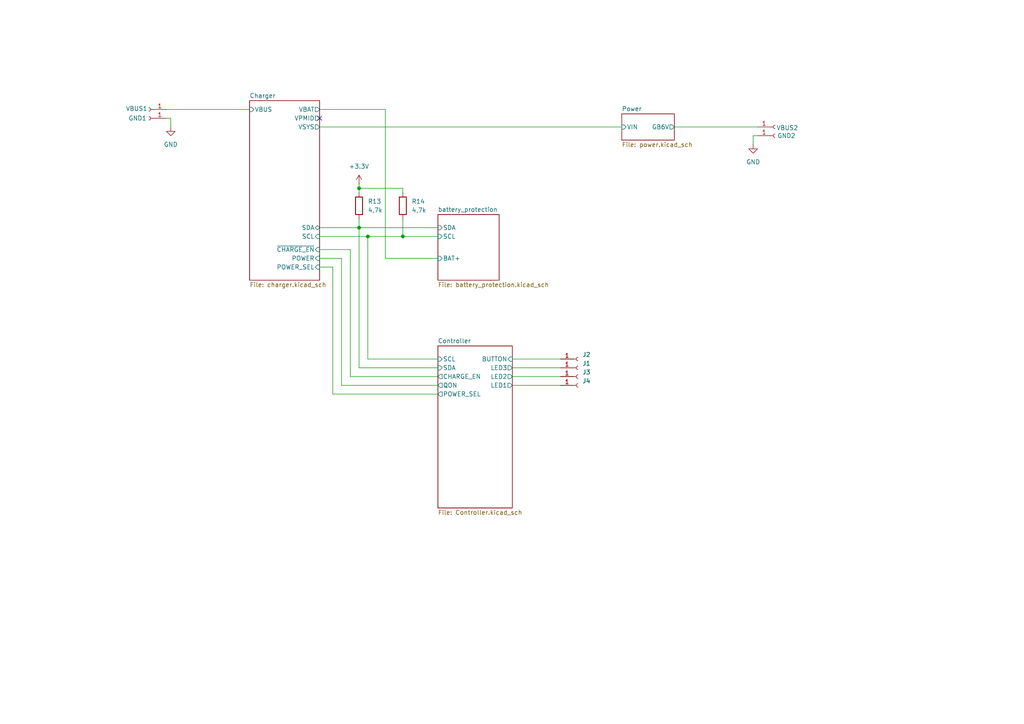
<source format=kicad_sch>
(kicad_sch (version 20231120) (generator "eeschema") (generator_version "8.0")
  (paper "A4")
  (lib_symbols
    (symbol "Connector:Conn_01x01_Socket" (pin_names (offset 1.016) hide)
      (property "Reference" "J" (at 0 2.54 0))
      (property "Value" "Conn_01x01_Socket" (at 0 -2.54 0))
      (symbol "Conn_01x01_Socket_1_1"
        (polyline (pts (xy -1.27 0) (xy -0.508 0)) (stroke (width 0.1524)))
        (arc (start 0 0.508) (mid -0.5058 0) (end 0 -0.508) (stroke (width 0.1524)))
        (pin passive line (at -5.08 0 0) (length 3.81) (name "Pin_1") (number "1"))
      )
    )
    (symbol "Device:R" (pin_numbers hide) (pin_names (offset 0))
      (property "Reference" "R" (at 2.032 0 90))
      (property "Value" "R" (at 0 0 90))
      (symbol "R_0_1"
        (rectangle (start -1.016 -2.54) (end 1.016 2.54) (stroke (width 0.254)))
      )
      (symbol "R_1_1"
        (pin passive line (at 0 3.81 270) (length 1.27) (name "~") (number "1"))
        (pin passive line (at 0 -3.81 90) (length 1.27) (name "~") (number "2"))
      )
    )
    (symbol "power:+3.3V" (power) (pin_numbers hide) (pin_names (offset 0) hide)
      (property "Value" "+3.3V" (at 0 3.556 0))
      (symbol "+3.3V_0_1"
        (polyline (pts (xy -0.762 1.27) (xy 0 2.54)))
        (polyline (pts (xy 0 0) (xy 0 2.54)))
        (polyline (pts (xy 0 2.54) (xy 0.762 1.27)))
      )
      (symbol "+3.3V_1_1"
        (pin power_in line (at 0 0 90) (length 0) (name "~") (number "1"))
      )
    )
    (symbol "power:GND" (power) (pin_numbers hide) (pin_names (offset 0) hide)
      (property "Value" "GND" (at 0 -3.81 0))
      (symbol "GND_0_1"
        (polyline (pts (xy 0 0) (xy 0 -1.27) (xy 1.27 -1.27) (xy 0 -2.54) (xy -1.27 -1.27) (xy 0 -1.27)))
      )
      (symbol "GND_1_1"
        (pin power_in line (at 0 0 270) (length 0) (name "~") (number "1"))
      )
    )
  )
  (junction (at 116.84 68.58))
  (junction (at 104.14 66.04))
  (junction (at 106.68 68.58))
  (junction (at 104.14 54.61))
  (no_connect (at 92.71 34.29))
  (wire (pts (xy 101.6 109.22) (xy 101.6 72.39)))
  (wire (pts (xy 106.68 104.14) (xy 106.68 68.58)))
  (wire (pts (xy 219.71 39.37) (xy 218.44 39.37)))
  (wire (pts (xy 99.06 74.93) (xy 99.06 111.76)))
  (wire (pts (xy 104.14 63.5) (xy 104.14 66.04)))
  (wire (pts (xy 111.76 74.93) (xy 127 74.93)))
  (wire (pts (xy 104.14 54.61) (xy 104.14 55.88)))
  (wire (pts (xy 92.71 36.83) (xy 180.34 36.83)))
  (wire (pts (xy 111.76 31.75) (xy 111.76 74.93)))
  (wire (pts (xy 195.58 36.83) (xy 219.71 36.83)))
  (wire (pts (xy 104.14 54.61) (xy 116.84 54.61)))
  (wire (pts (xy 218.44 39.37) (xy 218.44 41.91)))
  (wire (pts (xy 96.52 114.3) (xy 127 114.3)))
  (wire (pts (xy 104.14 106.68) (xy 127 106.68)))
  (wire (pts (xy 48.26 31.75) (xy 72.39 31.75)))
  (wire (pts (xy 127 104.14) (xy 106.68 104.14)))
  (wire (pts (xy 48.26 34.29) (xy 49.53 34.29)))
  (wire (pts (xy 104.14 66.04) (xy 104.14 106.68)))
  (wire (pts (xy 101.6 72.39) (xy 92.71 72.39)))
  (wire (pts (xy 148.59 109.22) (xy 162.56 109.22)))
  (wire (pts (xy 127 109.22) (xy 101.6 109.22)))
  (wire (pts (xy 49.53 34.29) (xy 49.53 36.83)))
  (wire (pts (xy 99.06 111.76) (xy 127 111.76)))
  (wire (pts (xy 92.71 77.47) (xy 96.52 77.47)))
  (wire (pts (xy 148.59 111.76) (xy 162.56 111.76)))
  (wire (pts (xy 96.52 77.47) (xy 96.52 114.3)))
  (wire (pts (xy 106.68 68.58) (xy 116.84 68.58)))
  (wire (pts (xy 92.71 31.75) (xy 111.76 31.75)))
  (wire (pts (xy 104.14 53.34) (xy 104.14 54.61)))
  (wire (pts (xy 116.84 54.61) (xy 116.84 55.88)))
  (wire (pts (xy 92.71 74.93) (xy 99.06 74.93)))
  (wire (pts (xy 148.59 104.14) (xy 162.56 104.14)))
  (wire (pts (xy 116.84 68.58) (xy 127 68.58)))
  (wire (pts (xy 104.14 66.04) (xy 127 66.04)))
  (wire (pts (xy 92.71 68.58) (xy 106.68 68.58)))
  (wire (pts (xy 92.71 66.04) (xy 104.14 66.04)))
  (wire (pts (xy 116.84 63.5) (xy 116.84 68.58)))
  (wire (pts (xy 148.59 106.68) (xy 162.56 106.68)))
  (symbol (lib_id "Connector:Conn_01x01_Socket") (at 167.64 104.14 0) (unit 1)
    (property "Reference" "J2" (at 168.91 102.8699 0) (effects (justify left)))
    (property "Value" "Conn_01x01_Socket" (effects (hide yes)))
    (property "Footprint" "Connector_Wire:SolderWire-0.1sqmm_1x01_D0.4mm_OD1mm" (effects (hide yes)))
    (property "Description" "Generic connector, single row, 01x01, script generated" (effects (hide yes)))
  )
  (symbol (lib_id "power:+3.3V") (at 104.14 53.34 0) (unit 1)
    (property "Reference" "#PWR040" (effects (hide yes)))
    (property "Value" "+3.3V" (at 104.14 48.26 0))
    (property "Description" "Power symbol creates a global label with name \"+3.3V\"" (effects (hide yes)))
  )
  (symbol (lib_id "Device:R") (at 116.84 59.69 0) (unit 1)
    (property "Reference" "R14" (at 119.38 58.4199 0) (effects (justify left)))
    (property "Value" "4,7k" (at 119.38 60.9599 0) (effects (justify left)))
    (property "Footprint" "Resistor_SMD:R_0603_1608Metric" (effects (hide yes)))
    (property "Description" "Resistor" (effects (hide yes)))
  )
  (symbol (lib_id "power:GND") (at 49.53 36.83 0) (unit 1)
    (property "Reference" "#PWR01" (effects (hide yes)))
    (property "Value" "GND" (at 49.53 41.91 0))
    (property "Description" "Power symbol creates a global label with name \"GND\" , ground" (effects (hide yes)))
  )
  (symbol (lib_id "Connector:Conn_01x01_Socket") (at 224.79 36.83 0) (unit 1)
    (property "Reference" "VBUS2" (at 228.346 37.084 0))
    (property "Value" "+" (effects (hide yes)))
    (property "Footprint" "Connector_Wire:SolderWire-0.25sqmm_1x01_D0.65mm_OD1.7mm" (effects (hide yes)))
    (property "Description" "Generic connector, single row, 01x01, script generated" (effects (hide yes)))
  )
  (symbol (lib_id "Connector:Conn_01x01_Socket") (at 43.18 34.29 180) (unit 1)
    (property "Reference" "GND1" (at 39.878 34.29 0))
    (property "Value" "+" (effects (hide yes)))
    (property "Footprint" "Connector_Wire:SolderWire-0.25sqmm_1x01_D0.65mm_OD1.7mm" (effects (hide yes)))
    (property "Description" "Generic connector, single row, 01x01, script generated" (effects (hide yes)))
  )
  (symbol (lib_id "Connector:Conn_01x01_Socket") (at 167.64 106.68 0) (unit 1)
    (property "Reference" "J1" (at 168.91 105.4099 0) (effects (justify left)))
    (property "Value" "Conn_01x01_Socket" (effects (hide yes)))
    (property "Footprint" "Connector_Wire:SolderWire-0.1sqmm_1x01_D0.4mm_OD1mm" (effects (hide yes)))
    (property "Description" "Generic connector, single row, 01x01, script generated" (effects (hide yes)))
  )
  (symbol (lib_id "Connector:Conn_01x01_Socket") (at 167.64 109.22 0) (unit 1)
    (property "Reference" "J3" (at 168.91 107.9499 0) (effects (justify left)))
    (property "Value" "Conn_01x01_Socket" (effects (hide yes)))
    (property "Footprint" "Connector_Wire:SolderWire-0.1sqmm_1x01_D0.4mm_OD1mm" (effects (hide yes)))
    (property "Description" "Generic connector, single row, 01x01, script generated" (effects (hide yes)))
  )
  (symbol (lib_id "power:GND") (at 218.44 41.91 0) (unit 1)
    (property "Reference" "#PWR039" (effects (hide yes)))
    (property "Value" "GND" (at 218.44 46.99 0))
    (property "Description" "Power symbol creates a global label with name \"GND\" , ground" (effects (hide yes)))
  )
  (symbol (lib_id "Device:R") (at 104.14 59.69 0) (unit 1)
    (property "Reference" "R13" (at 106.68 58.4199 0) (effects (justify left)))
    (property "Value" "4,7k" (at 106.68 60.9599 0) (effects (justify left)))
    (property "Footprint" "Resistor_SMD:R_0603_1608Metric" (effects (hide yes)))
    (property "Description" "Resistor" (effects (hide yes)))
  )
  (symbol (lib_id "Connector:Conn_01x01_Socket") (at 224.79 39.37 0) (unit 1)
    (property "Reference" "GND2" (at 228.092 39.37 0))
    (property "Value" "+" (effects (hide yes)))
    (property "Footprint" "Connector_Wire:SolderWire-0.25sqmm_1x01_D0.65mm_OD1.7mm" (effects (hide yes)))
    (property "Description" "Generic connector, single row, 01x01, script generated" (effects (hide yes)))
  )
  (symbol (lib_id "Connector:Conn_01x01_Socket") (at 167.64 111.76 0) (unit 1)
    (property "Reference" "J4" (at 168.91 110.4899 0) (effects (justify left)))
    (property "Value" "Conn_01x01_Socket" (effects (hide yes)))
    (property "Footprint" "Connector_Wire:SolderWire-0.1sqmm_1x01_D0.4mm_OD1mm" (effects (hide yes)))
    (property "Description" "Generic connector, single row, 01x01, script generated" (effects (hide yes)))
  )
  (symbol (lib_id "Connector:Conn_01x01_Socket") (at 43.18 31.75 180) (unit 1)
    (property "Reference" "VBUS1" (at 39.624 31.496 0))
    (property "Value" "+" (effects (hide yes)))
    (property "Footprint" "Connector_Wire:SolderWire-0.25sqmm_1x01_D0.65mm_OD1.7mm" (effects (hide yes)))
    (property "Description" "Generic connector, single row, 01x01, script generated" (effects (hide yes)))
  )
  (sheet (at 127 62.23) (size 17.78 19.05) (stroke (width 0.1524))
    (property "Sheetname" "battery_protection" (at 127 61.5184 0) (effects (justify left bottom)))
    (property "Sheetfile" "battery_protection.kicad_sch" (at 127 81.8646 0) (effects (justify left top)))
    (pin "SCL" input (at 127 68.58 180))
    (pin "SDA" input (at 127 66.04 180))
    (pin "BAT+" input (at 127 74.93 180))
  )
  (sheet (at 72.39 29.21) (size 20.32 52.07) (stroke (width 0.1524))
    (property "Sheetname" "Charger" (at 72.39 28.4984 0) (effects (justify left bottom)))
    (property "Sheetfile" "charger.kicad_sch" (at 72.39 81.8646 0) (effects (justify left top)))
    (pin "POWER_SEL" input (at 92.71 77.47 0))
    (pin "POWER" input (at 92.71 74.93 0))
    (pin "VBUS" input (at 72.39 31.75 180))
    (pin "~{CHARGE_EN}" input (at 92.71 72.39 0))
    (pin "SCL" input (at 92.71 68.58 0))
    (pin "SDA" bidirectional (at 92.71 66.04 0))
    (pin "VPMID" output (at 92.71 34.29 0))
    (pin "VSYS" output (at 92.71 36.83 0))
    (pin "VBAT" output (at 92.71 31.75 0))
  )
  (sheet (at 127 100.33) (size 21.59 46.99) (stroke (width 0.1524))
    (property "Sheetname" "Controller" (at 127 99.6184 0) (effects (justify left bottom)))
    (property "Sheetfile" "Controller.kicad_sch" (at 127 147.9046 0) (effects (justify left top)))
    (pin "SCL" input (at 127 104.14 180))
    (pin "SDA" input (at 127 106.68 180))
    (pin "POWER_SEL" output (at 127 114.3 180))
    (pin "CHARGE_EN" output (at 127 109.22 180))
    (pin "BUTTON" input (at 148.59 104.14 0))
    (pin "LED3" output (at 148.59 106.68 0))
    (pin "LED2" output (at 148.59 109.22 0))
    (pin "QON" output (at 127 111.76 180))
    (pin "LED1" output (at 148.59 111.76 0))
  )
  (sheet (at 180.34 33.02) (size 15.24 7.62) (stroke (width 0.1524))
    (property "Sheetname" "Power" (at 180.34 32.3084 0) (effects (justify left bottom)))
    (property "Sheetfile" "power.kicad_sch" (at 180.34 41.2246 0) (effects (justify left top)))
    (pin "VIN" input (at 180.34 36.83 180))
    (pin "GB6V" output (at 195.58 36.83 0))
  )
)
</source>
